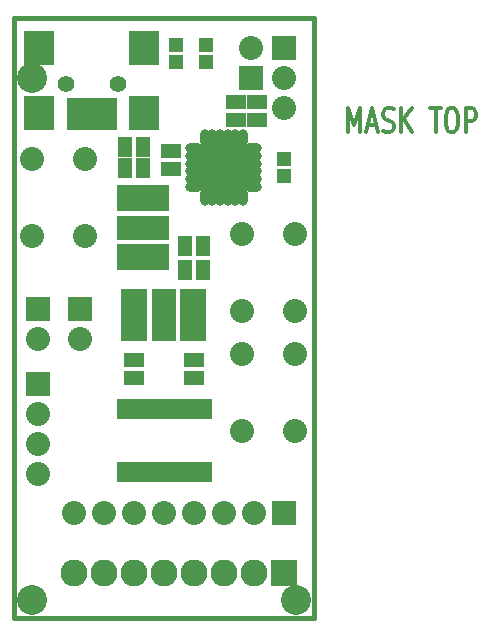
<source format=gts>
G04 (created by PCBNEW-RS274X (2012-01-19 BZR 3256)-stable) date 9/17/2012 8:45:25 AM*
G01*
G70*
G90*
%MOIN*%
G04 Gerber Fmt 3.4, Leading zero omitted, Abs format*
%FSLAX34Y34*%
G04 APERTURE LIST*
%ADD10C,0.006000*%
%ADD11C,0.012000*%
%ADD12C,0.015000*%
%ADD13R,0.157800X0.157800*%
%ADD14O,0.059400X0.031800*%
%ADD15O,0.031800X0.059400*%
%ADD16C,0.055000*%
%ADD17R,0.099000X0.118000*%
%ADD18R,0.040000X0.111000*%
%ADD19C,0.080000*%
%ADD20R,0.036000X0.070000*%
%ADD21R,0.065000X0.045000*%
%ADD22R,0.045000X0.065000*%
%ADD23R,0.051400X0.051400*%
%ADD24R,0.080000X0.080000*%
%ADD25R,0.086900X0.177500*%
%ADD26R,0.079100X0.177500*%
%ADD27R,0.177500X0.086900*%
%ADD28R,0.177500X0.079100*%
%ADD29C,0.100000*%
%ADD30C,0.090000*%
%ADD31R,0.090000X0.090000*%
G04 APERTURE END LIST*
G54D10*
G54D11*
X71143Y-33824D02*
X71143Y-33024D01*
X71343Y-33595D01*
X71543Y-33024D01*
X71543Y-33824D01*
X71800Y-33595D02*
X72086Y-33595D01*
X71743Y-33824D02*
X71943Y-33024D01*
X72143Y-33824D01*
X72314Y-33786D02*
X72400Y-33824D01*
X72543Y-33824D01*
X72600Y-33786D01*
X72629Y-33748D01*
X72657Y-33671D01*
X72657Y-33595D01*
X72629Y-33519D01*
X72600Y-33481D01*
X72543Y-33443D01*
X72429Y-33405D01*
X72371Y-33367D01*
X72343Y-33329D01*
X72314Y-33252D01*
X72314Y-33176D01*
X72343Y-33100D01*
X72371Y-33062D01*
X72429Y-33024D01*
X72571Y-33024D01*
X72657Y-33062D01*
X72914Y-33824D02*
X72914Y-33024D01*
X73257Y-33824D02*
X73000Y-33367D01*
X73257Y-33024D02*
X72914Y-33481D01*
X73885Y-33024D02*
X74228Y-33024D01*
X74057Y-33824D02*
X74057Y-33024D01*
X74542Y-33024D02*
X74656Y-33024D01*
X74714Y-33062D01*
X74771Y-33138D01*
X74799Y-33290D01*
X74799Y-33557D01*
X74771Y-33710D01*
X74714Y-33786D01*
X74656Y-33824D01*
X74542Y-33824D01*
X74485Y-33786D01*
X74428Y-33710D01*
X74399Y-33557D01*
X74399Y-33290D01*
X74428Y-33138D01*
X74485Y-33062D01*
X74542Y-33024D01*
X75057Y-33824D02*
X75057Y-33024D01*
X75285Y-33024D01*
X75343Y-33062D01*
X75371Y-33100D01*
X75400Y-33176D01*
X75400Y-33290D01*
X75371Y-33367D01*
X75343Y-33405D01*
X75285Y-33443D01*
X75057Y-33443D01*
G54D12*
X60000Y-50000D02*
X70000Y-50000D01*
X60000Y-30000D02*
X60000Y-50000D01*
X70000Y-30000D02*
X60000Y-30000D01*
X70000Y-30000D02*
X70000Y-50000D01*
G54D13*
X67000Y-35000D03*
G54D14*
X67986Y-35640D03*
X67984Y-35384D03*
X67984Y-35128D03*
X67984Y-34872D03*
X67984Y-34616D03*
X67984Y-34360D03*
G54D15*
X67640Y-34016D03*
X67384Y-34016D03*
X67128Y-34016D03*
X66872Y-34016D03*
X66616Y-34016D03*
X66360Y-34016D03*
G54D14*
X66016Y-34360D03*
X66016Y-34616D03*
X66016Y-34872D03*
X66016Y-35128D03*
X66016Y-35384D03*
X66016Y-35640D03*
G54D15*
X66360Y-35984D03*
X66616Y-35984D03*
X66872Y-35984D03*
X67128Y-35984D03*
X67384Y-35984D03*
X67640Y-35984D03*
G54D16*
X61735Y-32200D03*
G54D17*
X64350Y-31020D03*
X60850Y-31020D03*
X60850Y-33190D03*
G54D18*
X63220Y-33225D03*
X61980Y-33225D03*
X62290Y-33225D03*
X62910Y-33225D03*
X62600Y-33225D03*
G54D17*
X64350Y-33190D03*
G54D16*
X63465Y-32200D03*
G54D19*
X67615Y-39780D03*
X67615Y-37220D03*
X69385Y-39780D03*
X69385Y-37220D03*
X62385Y-34720D03*
X62385Y-37280D03*
X60615Y-34720D03*
X60615Y-37280D03*
X67615Y-43780D03*
X67615Y-41220D03*
X69385Y-43780D03*
X69385Y-41220D03*
G54D20*
X63600Y-45150D03*
X63850Y-45150D03*
X64110Y-45150D03*
X64370Y-45150D03*
X64620Y-45150D03*
X64880Y-45150D03*
X65140Y-45150D03*
X65390Y-45150D03*
X65650Y-45150D03*
X65900Y-45150D03*
X66160Y-45150D03*
X66420Y-45150D03*
X66430Y-43050D03*
X66160Y-43050D03*
X65900Y-43050D03*
X65650Y-43050D03*
X65390Y-43050D03*
X65140Y-43050D03*
X64880Y-43050D03*
X64620Y-43050D03*
X64370Y-43050D03*
X64110Y-43050D03*
X63850Y-43050D03*
X63600Y-43050D03*
G54D21*
X68100Y-33400D03*
X68100Y-32800D03*
X67400Y-33400D03*
X67400Y-32800D03*
X65250Y-35050D03*
X65250Y-34450D03*
G54D22*
X65700Y-37600D03*
X66300Y-37600D03*
X65700Y-38400D03*
X66300Y-38400D03*
X63700Y-35000D03*
X64300Y-35000D03*
X63700Y-34300D03*
X64300Y-34300D03*
G54D21*
X64000Y-41400D03*
X64000Y-42000D03*
X66000Y-41400D03*
X66000Y-42000D03*
G54D23*
X69000Y-35295D03*
X69000Y-34705D03*
X65400Y-31495D03*
X65400Y-30905D03*
X66400Y-31495D03*
X66400Y-30905D03*
G54D19*
X63000Y-46500D03*
X64000Y-46500D03*
X62000Y-46500D03*
X65000Y-46500D03*
X66000Y-46500D03*
G54D24*
X69000Y-46500D03*
G54D19*
X68000Y-46500D03*
X67000Y-46500D03*
G54D24*
X69000Y-31000D03*
G54D19*
X69000Y-32000D03*
X69000Y-33000D03*
G54D24*
X62200Y-39700D03*
G54D19*
X62200Y-40700D03*
G54D24*
X60800Y-39700D03*
G54D19*
X60800Y-40700D03*
G54D24*
X67900Y-32000D03*
G54D19*
X67900Y-31000D03*
G54D25*
X65984Y-39900D03*
G54D26*
X65000Y-39900D03*
G54D25*
X64016Y-39900D03*
G54D27*
X64300Y-36016D03*
G54D28*
X64300Y-37000D03*
G54D27*
X64300Y-37984D03*
G54D19*
X60800Y-45200D03*
G54D24*
X60800Y-42200D03*
G54D19*
X60800Y-43200D03*
X60800Y-44200D03*
G54D29*
X60600Y-49400D03*
X60600Y-32000D03*
X69400Y-49400D03*
G54D30*
X63000Y-48500D03*
X64000Y-48500D03*
X62000Y-48500D03*
X65000Y-48500D03*
X66000Y-48500D03*
G54D31*
X69000Y-48500D03*
G54D30*
X68000Y-48500D03*
X67000Y-48500D03*
M02*

</source>
